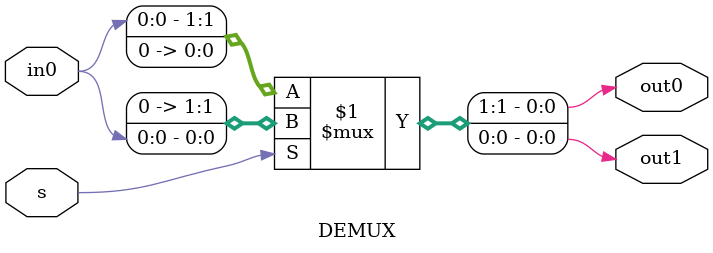
<source format=v>
`timescale 1ns / 1ps


module DEMUX(in0, s, out0, out1);
    input wire in0;
    input wire s;
    output wire out0;
    output wire out1;
    assign {out0,out1} = s ? {1'b0,in0} : {in0,1'b0};
endmodule

</source>
